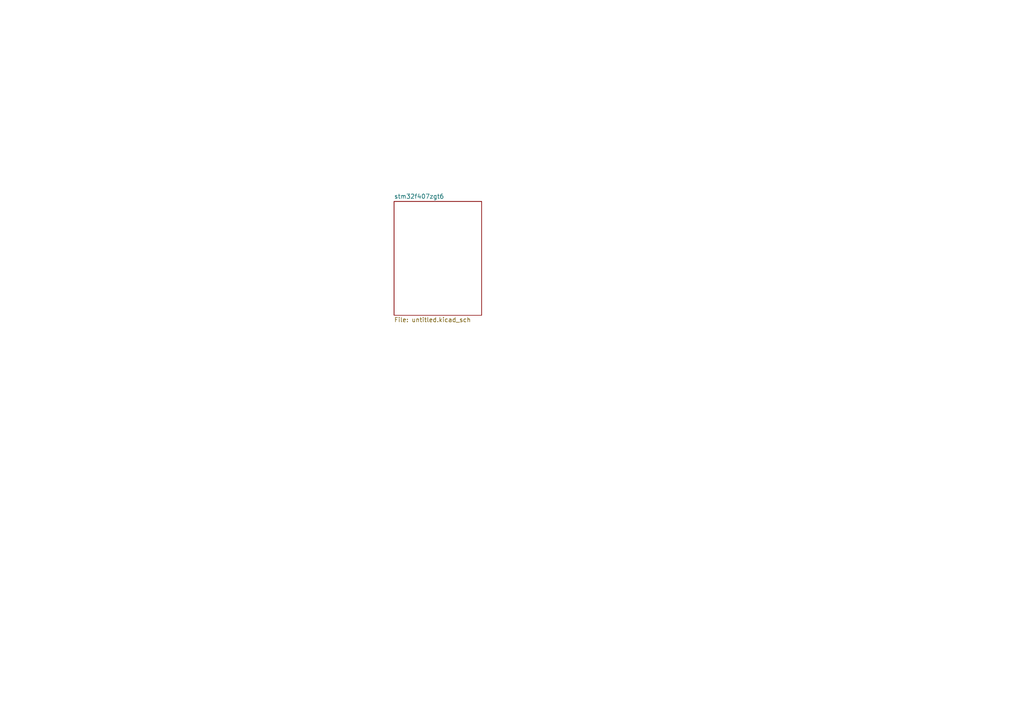
<source format=kicad_sch>
(kicad_sch
	(version 20250114)
	(generator "eeschema")
	(generator_version "9.0")
	(uuid "eab7971e-de4d-45c5-998f-78809f0e71ec")
	(paper "A4")
	(lib_symbols)
	(sheet
		(at 114.3 58.42)
		(size 25.4 33.02)
		(exclude_from_sim no)
		(in_bom yes)
		(on_board yes)
		(dnp no)
		(fields_autoplaced yes)
		(stroke
			(width 0.1524)
			(type solid)
		)
		(fill
			(color 0 0 0 0.0000)
		)
		(uuid "2334adf6-de29-4940-9dc2-4fc3475cc87c")
		(property "Sheetname" "stm32f407zgt6"
			(at 114.3 57.7084 0)
			(effects
				(font
					(size 1.27 1.27)
				)
				(justify left bottom)
			)
		)
		(property "Sheetfile" "untitled.kicad_sch"
			(at 114.3 92.0246 0)
			(effects
				(font
					(size 1.27 1.27)
				)
				(justify left top)
			)
		)
		(instances
			(project "stm32f407开发板"
				(path "/eab7971e-de4d-45c5-998f-78809f0e71ec"
					(page "2")
				)
			)
		)
	)
	(sheet_instances
		(path "/"
			(page "1")
		)
	)
	(embedded_fonts no)
)

</source>
